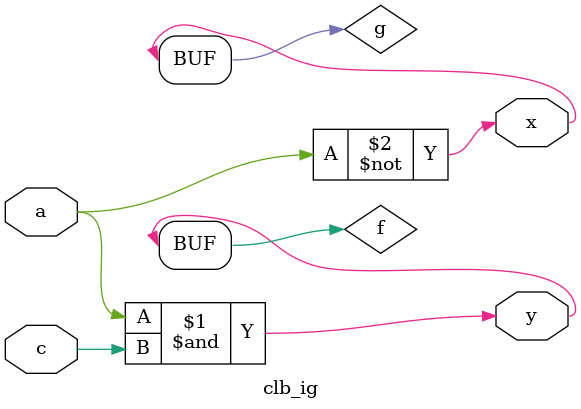
<source format=v>
module clb_ig(
	input a,
	input c,
	output x,
	output y
);

	wire f, g;
	
	assign f = a & c;
	assign g = ~a;
	assign x = g;
	assign y = f;
	
endmodule

</source>
